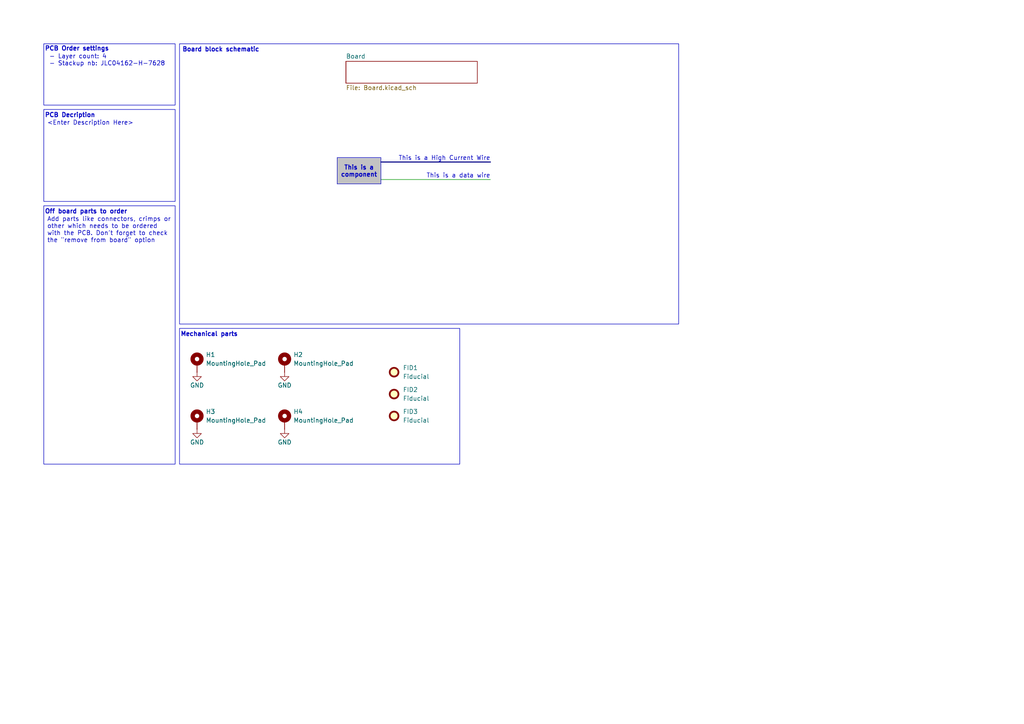
<source format=kicad_sch>
(kicad_sch (version 20231120) (generator "eeschema") (generator_version "8.0")
  (paper "A4")
  (title_block (title "${PROJECTNAME}") (date "2025-02-08") (rev "${REVISION}") (company "${GROUP_NAME}") (comment 1 "${AUTHOR}"))
  (lib_symbols
    (symbol "Mechanical:Fiducial" (exclude_from_sim yes) (in_bom no)
      (property "Reference" "FID" (at 0 5.08 0))
      (property "Value" "Fiducial" (at 0 3.175 0))
      (symbol "Fiducial_0_1"
        (circle (center 0 0) (radius 1.27) (stroke (width 0.508)) (fill (type background)))
      )
    )
    (symbol "RoverLibrary:MountingHole_Pad" (pin_numbers hide) (pin_names (offset 1.016) hide) (exclude_from_sim yes) (in_bom no)
      (property "Reference" "H" (at 0 6.35 0))
      (property "Value" "MountingHole_Pad" (at 0 4.445 0))
      (symbol "MountingHole_Pad_0_1"
        (circle (center 0 1.27) (radius 1.27) (stroke (width 1.27)))
      )
      (symbol "MountingHole_Pad_1_1"
        (pin input line (at 0 -2.54 90) (length 2.54) (name "1") (number "1"))
      )
    )
    (symbol "power:GND" (power) (pin_numbers hide) (pin_names (offset 0) hide)
      (property "Value" "GND" (at 0 -3.81 0))
      (symbol "GND_0_1"
        (polyline (pts (xy 0 0) (xy 0 -1.27) (xy 1.27 -1.27) (xy 0 -2.54) (xy -1.27 -1.27) (xy 0 -1.27)))
      )
      (symbol "GND_1_1"
        (pin power_in line (at 0 0 270) (length 0) (name "~") (number "1"))
      )
    )
  )
  (bus (pts (xy 110.49 46.99) (xy 142.24 46.99)))
  (wire (pts (xy 110.49 52.07) (xy 142.24 52.07)))
  (rectangle (start 52.07 12.7) (end 196.85 93.98))
  (rectangle (start 12.7 12.7) (end 50.8 30.48))
  (rectangle (start 52.07 95.25) (end 133.35 134.62))
  (text_box "\n<Enter Description Here>\n" (at 12.7 31.75 0) (size 38.1 26.67) (effects (font (size 1.27 1.27)) (justify left top)))
  (text_box "\nAdd parts like connectors, crimps or other which needs to be ordered with the PCB. Don't forget to check the \"remove from board\" option\n" (at 12.7 59.69 0) (size 38.1 74.93) (effects (font (size 1.27 1.27)) (justify left top)))
  (text_box "This is a component" (exclude_from_sim yes) (at 97.79 45.72 0) (size 12.7 7.62) (fill (type color) (color 194 194 194 1)) (effects (font (size 1.27 1.27) (thickness 0.254) (bold yes))))
  (text "Off board parts to order" (at 12.954 61.468 0) (effects (font (size 1.27 1.27) (thickness 0.254) (bold yes)) (justify left)))
  (text "Mechanical parts" (at 52.324 97.028 0) (effects (font (size 1.27 1.27) (thickness 0.254) (bold yes)) (justify left)))
  (text "- Layer count: 4\n- Stackup nb: JLC04162-H-7628\n" (at 14.224 15.748 0) (effects (font (size 1.27 1.27) (thickness 0.1588)) (justify left top)))
  (text "This is a data wire" (at 142.24 51.054 0) (effects (font (size 1.27 1.27)) (justify right)))
  (text "PCB Decription" (at 12.954 33.528 0) (effects (font (size 1.27 1.27) (thickness 0.254) (bold yes)) (justify left)))
  (text "Board block schematic" (at 52.832 14.478 0) (effects (font (size 1.27 1.27) (thickness 0.254) (bold yes)) (justify left)))
  (text "This is a High Current Wire" (at 142.24 45.974 0) (effects (font (size 1.27 1.27)) (justify right)))
  (text "PCB Order settings" (at 12.954 14.224 0) (effects (font (size 1.27 1.27) (thickness 0.254) (bold yes)) (justify left)))
  (symbol (lib_id "RoverLibrary:MountingHole_Pad") (at 57.15 121.92 0) (unit 1) (exclude_from_sim yes) (in_bom no)
    (property "Reference" "H3" (at 59.69 119.3799 0) (effects (justify left)))
    (property "Value" "MountingHole_Pad" (at 59.69 121.9199 0) (effects (justify left)))
    (property "Footprint" "MountingHole:MountingHole_3.2mm_M3_DIN965_Pad_TopBottom" (effects (hide yes)))
    (property "Description" "Mounting Hole with connection" (effects (hide yes)))
  )
  (symbol (lib_id "RoverLibrary:MountingHole_Pad") (at 57.15 105.41 0) (unit 1) (exclude_from_sim yes) (in_bom no)
    (property "Reference" "H1" (at 59.69 102.8699 0) (effects (justify left)))
    (property "Value" "MountingHole_Pad" (at 59.69 105.4099 0) (effects (justify left)))
    (property "Footprint" "MountingHole:MountingHole_3.2mm_M3_DIN965_Pad_TopBottom" (effects (hide yes)))
    (property "Description" "Mounting Hole with connection" (effects (hide yes)))
  )
  (symbol (lib_id "power:GND") (at 82.55 124.46 0) (unit 1)
    (property "Reference" "#PWR04" (effects (hide yes)))
    (property "Value" "GND" (at 82.55 128.27 0))
    (property "Description" "Power symbol creates a global label with name \"GND\" , ground" (effects (hide yes)))
  )
  (symbol (lib_id "RoverLibrary:MountingHole_Pad") (at 82.55 105.41 0) (unit 1) (exclude_from_sim yes) (in_bom no)
    (property "Reference" "H2" (at 85.09 102.8699 0) (effects (justify left)))
    (property "Value" "MountingHole_Pad" (at 85.09 105.4099 0) (effects (justify left)))
    (property "Footprint" "MountingHole:MountingHole_3.2mm_M3_DIN965_Pad_TopBottom" (effects (hide yes)))
    (property "Description" "Mounting Hole with connection" (effects (hide yes)))
  )
  (symbol (lib_id "power:GND") (at 57.15 107.95 0) (unit 1)
    (property "Reference" "#PWR01" (effects (hide yes)))
    (property "Value" "GND" (at 57.15 111.76 0))
    (property "Description" "Power symbol creates a global label with name \"GND\" , ground" (effects (hide yes)))
  )
  (symbol (lib_id "RoverLibrary:MountingHole_Pad") (at 82.55 121.92 0) (unit 1) (exclude_from_sim yes) (in_bom no)
    (property "Reference" "H4" (at 85.09 119.3799 0) (effects (justify left)))
    (property "Value" "MountingHole_Pad" (at 85.09 121.9199 0) (effects (justify left)))
    (property "Footprint" "MountingHole:MountingHole_3.2mm_M3_DIN965_Pad_TopBottom" (effects (hide yes)))
    (property "Description" "Mounting Hole with connection" (effects (hide yes)))
  )
  (symbol (lib_id "power:GND") (at 82.55 107.95 0) (unit 1)
    (property "Reference" "#PWR02" (effects (hide yes)))
    (property "Value" "GND" (at 82.55 111.76 0))
    (property "Description" "Power symbol creates a global label with name \"GND\" , ground" (effects (hide yes)))
  )
  (symbol (lib_id "Mechanical:Fiducial") (at 114.3 120.65 0) (unit 1) (exclude_from_sim yes) (in_bom no)
    (property "Reference" "FID3" (at 116.84 119.3799 0) (effects (justify left)))
    (property "Value" "Fiducial" (at 116.84 121.9199 0) (effects (justify left)))
    (property "Description" "Fiducial Marker" (effects (hide yes)))
  )
  (symbol (lib_id "Mechanical:Fiducial") (at 114.3 107.95 0) (unit 1) (exclude_from_sim yes) (in_bom no)
    (property "Reference" "FID1" (at 116.84 106.6799 0) (effects (justify left)))
    (property "Value" "Fiducial" (at 116.84 109.2199 0) (effects (justify left)))
    (property "Description" "Fiducial Marker" (effects (hide yes)))
  )
  (symbol (lib_id "power:GND") (at 57.15 124.46 0) (unit 1)
    (property "Reference" "#PWR03" (effects (hide yes)))
    (property "Value" "GND" (at 57.15 128.27 0))
    (property "Description" "Power symbol creates a global label with name \"GND\" , ground" (effects (hide yes)))
  )
  (symbol (lib_id "Mechanical:Fiducial") (at 114.3 114.3 0) (unit 1) (exclude_from_sim yes) (in_bom no)
    (property "Reference" "FID2" (at 116.84 113.0299 0) (effects (justify left)))
    (property "Value" "Fiducial" (at 116.84 115.5699 0) (effects (justify left)))
    (property "Description" "Fiducial Marker" (effects (hide yes)))
  )
  (sheet (at 100.33 17.78) (size 38.1 6.35) (stroke (width 0.1524))
    (property "Sheetname" "Board" (at 100.33 17.0684 0) (effects (justify left bottom)))
    (property "Sheetfile" "Board.kicad_sch" (at 100.33 24.7146 0) (effects (justify left top)))
  )
)
</source>
